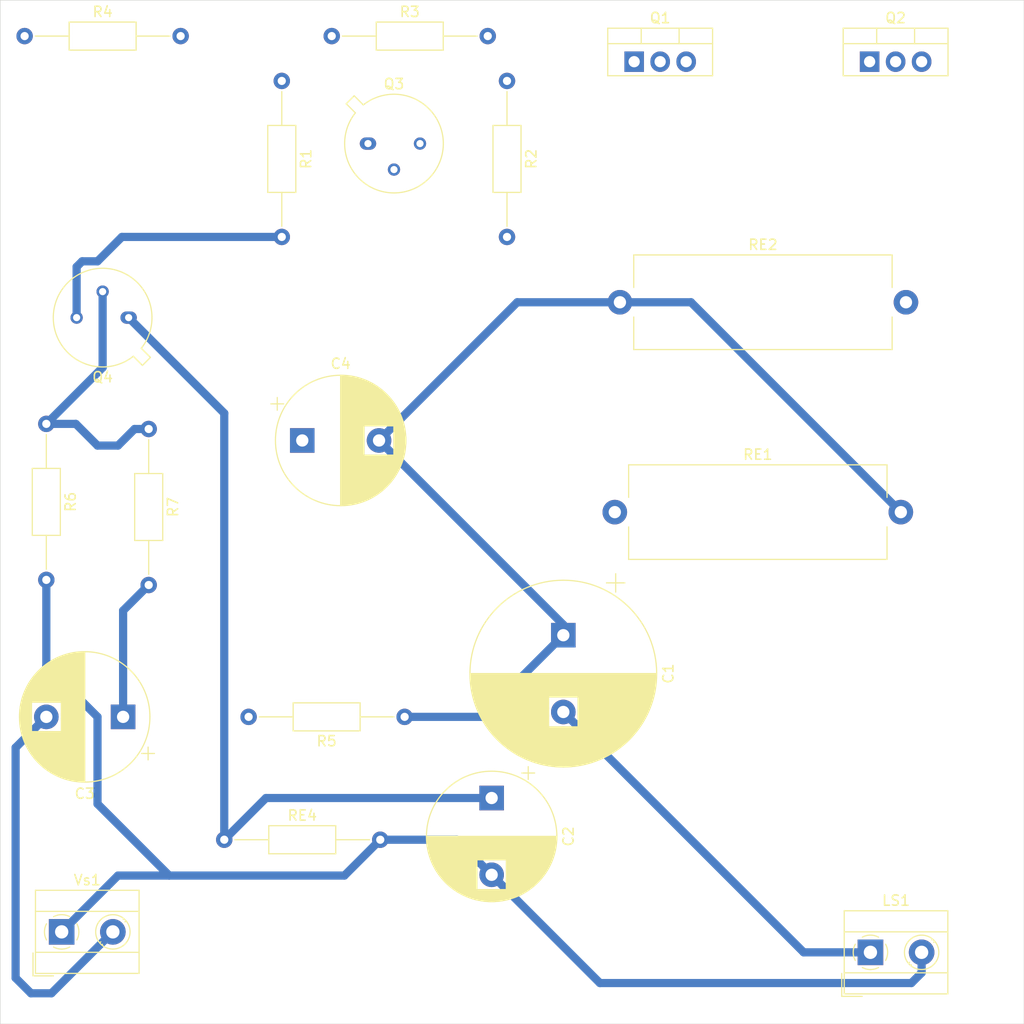
<source format=kicad_pcb>
(kicad_pcb (version 20240108) (generator "pcbnew") (generator_version "8.0")
  (layers (0 "F.Cu" signal) (31 "B.Cu" signal) (34 "B.Paste" user) (35 "F.Paste" user) (36 "B.SilkS" user "B.Silkscreen") (37 "F.SilkS" user "F.Silkscreen") (38 "B.Mask" user) (39 "F.Mask" user) (44 "Edge.Cuts" user))
  (net 0 "")
  (net 1 "Net-(C1-Pad1)")
  (net 2 "Net-(C1-Pad2)")
  (net 3 "GND")
  (net 4 "Net-(Q4-E)")
  (net 5 "Net-(C3-Pad1)")
  (net 6 "Net-(Vs1-Pin_2)")
  (net 7 "Net-(C4-Pad1)")
  (net 8 "Net-(Q1-E)")
  (net 9 "VCC")
  (net 10 "Net-(Q1-B)")
  (net 11 "Net-(Q2-B)")
  (net 12 "Net-(Q2-C)")
  (net 13 "Net-(Q3-B)")
  (net 14 "Net-(Q4-B)")
  (footprint "Resistor_THT:R_Axial_DIN0207_L6.3mm_D2.5mm_P15.24mm_Horizontal" (layer "F.Cu") (at 105.5 91.38 -90)
    (property "Reference" "R6" (at 7.62 -2.37 90) (layer "F.SilkS"))
    (property "Value" "20kOhm")
    (pad "1" thru_hole circle (at 0 0 270) (size 1.6 1.6) (drill 0.8) (layers "*.Cu" "*.Mask") (net 14 "Net-(Q4-B)"))
    (pad "2" thru_hole oval (at 15.24 0 270) (size 1.6 1.6) (drill 0.8) (layers "*.Cu" "*.Mask") (net 3 "GND"))
  )
  (footprint "TerminalBlock_MetzConnect:TerminalBlock_MetzConnect_Type055_RT01502HDWU_1x02_P5.00mm_Horizontal" (layer "F.Cu") (at 107 141)
    (property "Reference" "Vs1" (at 2.5 -5.06 0) (layer "F.SilkS"))
    (property "Value" "Conn_01x02")
    (pad "1" thru_hole rect (at 0 0) (size 2.5 2.5) (drill 1.3) (layers "*.Cu" "*.Mask") (net 3 "GND"))
    (pad "2" thru_hole circle (at 5 0) (size 2.5 2.5) (drill 1.3) (layers "*.Cu" "*.Mask") (net 6 "Net-(Vs1-Pin_2)"))
  )
  (footprint "Resistor_THT:R_Axial_Power_L25.0mm_W9.0mm_P27.94mm" (layer "F.Cu") (at 161.03 100)
    (property "Reference" "RE1" (at 13.97 -5.62 0) (layer "F.SilkS"))
    (property "Value" "1 Ohm")
    (pad "1" thru_hole circle (at 0 0) (size 2.4 2.4) (drill 1.2) (layers "*.Cu" "*.Mask") (net 8 "Net-(Q1-E)"))
    (pad "2" thru_hole oval (at 27.94 0) (size 2.4 2.4) (drill 1.2) (layers "*.Cu" "*.Mask") (net 1 "Net-(C1-Pad1)"))
  )
  (footprint "Resistor_THT:R_Axial_DIN0207_L6.3mm_D2.5mm_P15.24mm_Horizontal" (layer "F.Cu") (at 103.38 53.5)
    (property "Reference" "R4" (at 7.62 -2.37 0) (layer "F.SilkS"))
    (property "Value" "1.8kOhm")
    (pad "1" thru_hole circle (at 0 0) (size 1.6 1.6) (drill 0.8) (layers "*.Cu" "*.Mask") (net 7 "Net-(C4-Pad1)"))
    (pad "2" thru_hole oval (at 15.24 0) (size 1.6 1.6) (drill 0.8) (layers "*.Cu" "*.Mask") (net 10 "Net-(Q1-B)"))
  )
  (footprint "Resistor_THT:R_Axial_DIN0207_L6.3mm_D2.5mm_P15.24mm_Horizontal" (layer "F.Cu") (at 140.5 120 180)
    (property "Reference" "R5" (at 7.62 -2.37 360) (layer "F.SilkS"))
    (property "Value" "100kOhm")
    (pad "1" thru_hole circle (at 0 0 180) (size 1.6 1.6) (drill 0.8) (layers "*.Cu" "*.Mask") (net 1 "Net-(C1-Pad1)"))
    (pad "2" thru_hole oval (at 15.24 0 180) (size 1.6 1.6) (drill 0.8) (layers "*.Cu" "*.Mask") (net 14 "Net-(Q4-B)"))
  )
  (footprint "Resistor_THT:R_Axial_DIN0207_L6.3mm_D2.5mm_P15.24mm_Horizontal" (layer "F.Cu") (at 150.5 57.88 -90)
    (property "Reference" "R2" (at 7.62 -2.37 90) (layer "F.SilkS"))
    (property "Value" "2.7kOhm")
    (pad "1" thru_hole circle (at 0 0 270) (size 1.6 1.6) (drill 0.8) (layers "*.Cu" "*.Mask") (net 10 "Net-(Q1-B)"))
    (pad "2" thru_hole oval (at 15.24 0 270) (size 1.6 1.6) (drill 0.8) (layers "*.Cu" "*.Mask") (net 13 "Net-(Q3-B)"))
  )
  (footprint "Capacitor_THT:CP_Radial_D12.5mm_P7.50mm" (layer "F.Cu") (at 130.5 93)
    (property "Reference" "C4" (at 3.75 -7.5 0) (layer "F.SilkS"))
    (property "Value" "100uF")
    (pad "1" thru_hole rect (at 0 0) (size 2.4 2.4) (drill 1.2) (layers "*.Cu" "*.Mask") (net 7 "Net-(C4-Pad1)"))
    (pad "2" thru_hole circle (at 7.5 0) (size 2.4 2.4) (drill 1.2) (layers "*.Cu" "*.Mask") (net 1 "Net-(C1-Pad1)"))
  )
  (footprint "Resistor_THT:R_Axial_DIN0207_L6.3mm_D2.5mm_P15.24mm_Horizontal" (layer "F.Cu") (at 122.88 132)
    (property "Reference" "RE4" (at 7.62 -2.37 0) (layer "F.SilkS"))
    (property "Value" "470 Ohm")
    (pad "1" thru_hole circle (at 0 0) (size 1.6 1.6) (drill 0.8) (layers "*.Cu" "*.Mask") (net 4 "Net-(Q4-E)"))
    (pad "2" thru_hole oval (at 15.24 0) (size 1.6 1.6) (drill 0.8) (layers "*.Cu" "*.Mask") (net 3 "GND"))
  )
  (footprint "Package_TO_SOT_THT:TO-220-3_Vertical" (layer "F.Cu") (at 185.92 56)
    (property "Reference" "Q2" (at 2.54 -4.27 360) (layer "F.SilkS"))
    (property "Value" "TIP125")
    (pad "1" thru_hole rect (at 0 0) (size 1.905 2) (drill 1.1) (layers "*.Cu" "*.Mask") (net 11 "Net-(Q2-B)"))
    (pad "2" thru_hole oval (at 2.54 0) (size 1.905 2) (drill 1.1) (layers "*.Cu" "*.Mask") (net 12 "Net-(Q2-C)"))
    (pad "3" thru_hole oval (at 5.08 0) (size 1.905 2) (drill 1.1) (layers "*.Cu" "*.Mask") (net 3 "GND"))
  )
  (footprint "Package_TO_SOT_THT:TO-220-3_Vertical" (layer "F.Cu") (at 162.92 56)
    (property "Reference" "Q1" (at 2.54 -4.27 360) (layer "F.SilkS"))
    (property "Value" "TIP120")
    (pad "1" thru_hole rect (at 0 0) (size 1.905 2) (drill 1.1) (layers "*.Cu" "*.Mask") (net 10 "Net-(Q1-B)"))
    (pad "2" thru_hole oval (at 2.54 0) (size 1.905 2) (drill 1.1) (layers "*.Cu" "*.Mask") (net 9 "VCC"))
    (pad "3" thru_hole oval (at 5.08 0) (size 1.905 2) (drill 1.1) (layers "*.Cu" "*.Mask") (net 8 "Net-(Q1-E)"))
  )
  (footprint "Capacitor_THT:CP_Radial_D18.0mm_P7.50mm" (layer "F.Cu") (at 156 112.02222 -90)
    (property "Reference" "C1" (at 3.75 -10.25 90) (layer "F.SilkS"))
    (property "Value" "4700uF")
    (pad "1" thru_hole rect (at 0 0 270) (size 2.4 2.4) (drill 1.2) (layers "*.Cu" "*.Mask") (net 1 "Net-(C1-Pad1)"))
    (pad "2" thru_hole circle (at 7.5 0 270) (size 2.4 2.4) (drill 1.2) (layers "*.Cu" "*.Mask") (net 2 "Net-(C1-Pad2)"))
  )
  (footprint "Package_TO_SOT_THT:TO-39-3" (layer "F.Cu") (at 136.92 64)
    (property "Reference" "Q3" (at 2.54 -5.82 0) (layer "F.SilkS"))
    (property "Value" "2N2219")
    (pad "1" thru_hole oval (at 0 0) (size 1.6 1.2) (drill 0.7) (layers "*.Cu" "*.Mask") (net 11 "Net-(Q2-B)"))
    (pad "2" thru_hole oval (at 2.54 2.54) (size 1.2 1.2) (drill 0.7) (layers "*.Cu" "*.Mask") (net 13 "Net-(Q3-B)"))
    (pad "3" thru_hole oval (at 5.08 0) (size 1.2 1.2) (drill 0.7) (layers "*.Cu" "*.Mask") (net 10 "Net-(Q1-B)"))
  )
  (footprint "TerminalBlock_MetzConnect:TerminalBlock_MetzConnect_Type055_RT01502HDWU_1x02_P5.00mm_Horizontal" (layer "F.Cu") (at 186 143)
    (property "Reference" "LS1" (at 2.5 -5.06 0) (layer "F.SilkS"))
    (property "Value" "8Ohm")
    (pad "1" thru_hole rect (at 0 0) (size 2.5 2.5) (drill 1.3) (layers "*.Cu" "*.Mask") (net 2 "Net-(C1-Pad2)"))
    (pad "2" thru_hole circle (at 5 0) (size 2.5 2.5) (drill 1.3) (layers "*.Cu" "*.Mask") (net 3 "GND"))
  )
  (footprint "Resistor_THT:R_Axial_DIN0207_L6.3mm_D2.5mm_P15.24mm_Horizontal" (layer "F.Cu") (at 128.5 57.88 -90)
    (property "Reference" "R1" (at 7.62 -2.37 90) (layer "F.SilkS"))
    (property "Value" "1kOhm")
    (pad "1" thru_hole circle (at 0 0 270) (size 1.6 1.6) (drill 0.8) (layers "*.Cu" "*.Mask") (net 13 "Net-(Q3-B)"))
    (pad "2" thru_hole oval (at 15.24 0 270) (size 1.6 1.6) (drill 0.8) (layers "*.Cu" "*.Mask") (net 11 "Net-(Q2-B)"))
  )
  (footprint "Resistor_THT:R_Axial_DIN0207_L6.3mm_D2.5mm_P15.24mm_Horizontal" (layer "F.Cu") (at 133.38 53.5)
    (property "Reference" "R3" (at 7.62 -2.37 0) (layer "F.SilkS"))
    (property "Value" "1.8kOhm")
    (pad "1" thru_hole circle (at 0 0) (size 1.6 1.6) (drill 0.8) (layers "*.Cu" "*.Mask") (net 9 "VCC"))
    (pad "2" thru_hole oval (at 15.24 0) (size 1.6 1.6) (drill 0.8) (layers "*.Cu" "*.Mask") (net 7 "Net-(C4-Pad1)"))
  )
  (footprint "Resistor_THT:R_Axial_Power_L25.0mm_W9.0mm_P27.94mm" (layer "F.Cu") (at 161.53 79.5)
    (property "Reference" "RE2" (at 13.97 -5.62 0) (layer "F.SilkS"))
    (property "Value" "1 Ohm")
    (pad "1" thru_hole circle (at 0 0) (size 2.4 2.4) (drill 1.2) (layers "*.Cu" "*.Mask") (net 1 "Net-(C1-Pad1)"))
    (pad "2" thru_hole oval (at 27.94 0) (size 2.4 2.4) (drill 1.2) (layers "*.Cu" "*.Mask") (net 12 "Net-(Q2-C)"))
  )
  (footprint "Resistor_THT:R_Axial_DIN0207_L6.3mm_D2.5mm_P15.24mm_Horizontal" (layer "F.Cu") (at 115.5 91.88 -90)
    (property "Reference" "R7" (at 7.62 -2.37 90) (layer "F.SilkS"))
    (property "Value" "5.1kOhm")
    (pad "1" thru_hole circle (at 0 0 270) (size 1.6 1.6) (drill 0.8) (layers "*.Cu" "*.Mask") (net 14 "Net-(Q4-B)"))
    (pad "2" thru_hole oval (at 15.24 0 270) (size 1.6 1.6) (drill 0.8) (layers "*.Cu" "*.Mask") (net 5 "Net-(C3-Pad1)"))
  )
  (footprint "Capacitor_THT:CP_Radial_D12.5mm_P7.50mm" (layer "F.Cu") (at 113 120 180)
    (property "Reference" "C3" (at 3.75 -7.5 360) (layer "F.SilkS"))
    (property "Value" "100uF")
    (pad "1" thru_hole rect (at 0 0 180) (size 2.4 2.4) (drill 1.2) (layers "*.Cu" "*.Mask") (net 5 "Net-(C3-Pad1)"))
    (pad "2" thru_hole circle (at 7.5 0 180) (size 2.4 2.4) (drill 1.2) (layers "*.Cu" "*.Mask") (net 6 "Net-(Vs1-Pin_2)"))
  )
  (footprint "Capacitor_THT:CP_Radial_D12.5mm_P7.50mm" (layer "F.Cu") (at 149 127.926041 -90)
    (property "Reference" "C2" (at 3.75 -7.5 90) (layer "F.SilkS"))
    (property "Value" "100uF")
    (pad "1" thru_hole rect (at 0 0 270) (size 2.4 2.4) (drill 1.2) (layers "*.Cu" "*.Mask") (net 4 "Net-(Q4-E)"))
    (pad "2" thru_hole circle (at 7.5 0 270) (size 2.4 2.4) (drill 1.2) (layers "*.Cu" "*.Mask") (net 3 "GND"))
  )
  (footprint "Package_TO_SOT_THT:TO-39-3" (layer "F.Cu") (at 113.54 81 180)
    (property "Reference" "Q4" (at 2.54 -5.82 360) (layer "F.SilkS"))
    (property "Value" "2N2219")
    (pad "1" thru_hole oval (at 0 0 180) (size 1.6 1.2) (drill 0.7) (layers "*.Cu" "*.Mask") (net 4 "Net-(Q4-E)"))
    (pad "2" thru_hole oval (at 2.54 2.54 180) (size 1.2 1.2) (drill 0.7) (layers "*.Cu" "*.Mask") (net 14 "Net-(Q4-B)"))
    (pad "3" thru_hole oval (at 5.08 0 180) (size 1.2 1.2) (drill 0.7) (layers "*.Cu" "*.Mask") (net 11 "Net-(Q2-B)"))
  )
  (gr_rect (start 101 50) (end 201 150) (stroke (width 0.05)) (fill none) (layer "Edge.Cuts"))
  (segment (start 138 93) (end 151.5 79.5) (width 0.8) (layer "B.Cu") (net 1))
  (segment (start 156 111) (end 138 93) (width 0.8) (layer "B.Cu") (net 1))
  (segment (start 168.47 79.5) (end 188.97 100) (width 0.8) (layer "B.Cu") (net 1))
  (segment (start 140.5 120) (end 148.02222 120) (width 0.8) (layer "B.Cu") (net 1))
  (segment (start 148.02222 120) (end 156 112.02222) (width 0.8) (layer "B.Cu") (net 1))
  (segment (start 161.53 79.5) (end 168.47 79.5) (width 0.8) (layer "B.Cu") (net 1))
  (segment (start 156 112.02222) (end 156 111) (width 0.8) (layer "B.Cu") (net 1))
  (segment (start 151.5 79.5) (end 161.53 79.5) (width 0.8) (layer "B.Cu") (net 1))
  (segment (start 156 119.52222) (end 179.47778 143) (width 0.8) (layer "B.Cu") (net 2))
  (segment (start 179.47778 143) (end 186 143) (width 0.8) (layer "B.Cu") (net 2))
  (segment (start 110.5 120) (end 110.5 128.5) (width 0.8) (layer "B.Cu") (net 3))
  (segment (start 134.62 135.5) (end 138.12 132) (width 0.8) (layer "B.Cu") (net 3))
  (segment (start 110.5 128.5) (end 117.5 135.5) (width 0.8) (layer "B.Cu") (net 3))
  (segment (start 105.5 106.62) (end 105.5 115) (width 0.8) (layer "B.Cu") (net 3))
  (segment (start 149 135.426041) (end 159.573959 146) (width 0.8) (layer "B.Cu") (net 3))
  (segment (start 145.573959 132) (end 149 135.426041) (width 0.8) (layer "B.Cu") (net 3))
  (segment (start 117.5 135.5) (end 134.62 135.5) (width 0.8) (layer "B.Cu") (net 3))
  (segment (start 112.5 135.5) (end 117.5 135.5) (width 0.8) (layer "B.Cu") (net 3))
  (segment (start 159.573959 146) (end 190 146) (width 0.8) (layer "B.Cu") (net 3))
  (segment (start 107 141) (end 112.5 135.5) (width 0.8) (layer "B.Cu") (net 3))
  (segment (start 105.5 115) (end 110.5 120) (width 0.8) (layer "B.Cu") (net 3))
  (segment (start 190 146) (end 191 145) (width 0.8) (layer "B.Cu") (net 3))
  (segment (start 191 145) (end 191 143) (width 0.8) (layer "B.Cu") (net 3))
  (segment (start 138.12 132) (end 145.573959 132) (width 0.8) (layer "B.Cu") (net 3))
  (segment (start 113.54 81) (end 122.88 90.34) (width 0.8) (layer "B.Cu") (net 4))
  (segment (start 122.88 132) (end 126.953959 127.926041) (width 0.8) (layer "B.Cu") (net 4))
  (segment (start 122.88 90.34) (end 122.88 132) (width 0.8) (layer "B.Cu") (net 4))
  (segment (start 126.953959 127.926041) (end 149 127.926041) (width 0.8) (layer "B.Cu") (net 4))
  (segment (start 113 120) (end 113 109.62) (width 0.8) (layer "B.Cu") (net 5))
  (segment (start 113 109.62) (end 115.5 107.12) (width 0.8) (layer "B.Cu") (net 5))
  (segment (start 102.5 123) (end 105.5 120) (width 0.8) (layer "B.Cu") (net 6))
  (segment (start 104 147) (end 102.5 145.5) (width 0.8) (layer "B.Cu") (net 6))
  (segment (start 102.5 145.5) (end 102.5 123) (width 0.8) (layer "B.Cu") (net 6))
  (segment (start 106 147) (end 104 147) (width 0.8) (layer "B.Cu") (net 6))
  (segment (start 112 141) (end 106 147) (width 0.8) (layer "B.Cu") (net 6))
  (segment (start 108.46 81) (end 108.46 76.04) (width 0.8) (layer "B.Cu") (net 11))
  (segment (start 109 75.5) (end 110.5 75.5) (width 0.8) (layer "B.Cu") (net 11))
  (segment (start 112.88 73.12) (end 128.5 73.12) (width 0.8) (layer "B.Cu") (net 11))
  (segment (start 110.5 75.5) (end 112.88 73.12) (width 0.8) (layer "B.Cu") (net 11))
  (segment (start 108.46 76.04) (end 109 75.5) (width 0.8) (layer "B.Cu") (net 11))
  (segment (start 110.5 93.5) (end 112.5 93.5) (width 0.8) (layer "B.Cu") (net 14))
  (segment (start 111 78.46) (end 111 85.88) (width 0.8) (layer "B.Cu") (net 14))
  (segment (start 112.5 93.5) (end 114.12 91.88) (width 0.8) (layer "B.Cu") (net 14))
  (segment (start 111 85.88) (end 105.5 91.38) (width 0.8) (layer "B.Cu") (net 14))
  (segment (start 114.12 91.88) (end 115.5 91.88) (width 0.8) (layer "B.Cu") (net 14))
  (segment (start 105.5 91.38) (end 108.38 91.38) (width 0.8) (layer "B.Cu") (net 14))
  (segment (start 108.38 91.38) (end 110.5 93.5) (width 0.8) (layer "B.Cu") (net 14))
)
</source>
